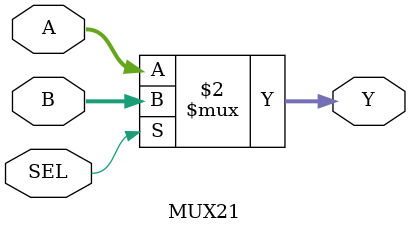
<source format=v>
module MUX21(SEL, A, B, Y);
	input          SEL;
	input [31:0]   A;
	input [31:0]   B;
	output [31:0]  Y;

	assign         Y = (SEL == 0)?A:B;
endmodule
</source>
